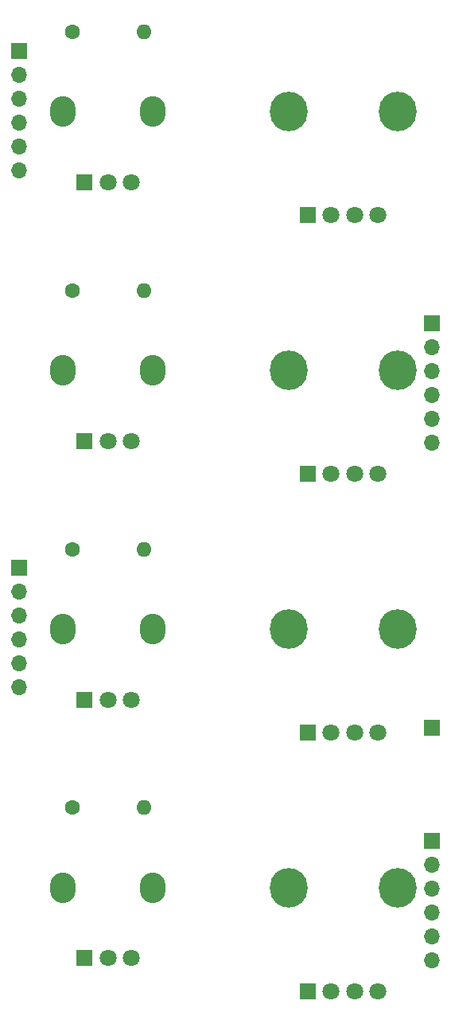
<source format=gbs>
%TF.GenerationSoftware,KiCad,Pcbnew,9.0.4*%
%TF.CreationDate,2025-10-04T20:25:53+02:00*%
%TF.ProjectId,DMH_VCA_Bank_PCB_2,444d485f-5643-4415-9f42-616e6b5f5043,1*%
%TF.SameCoordinates,Original*%
%TF.FileFunction,Soldermask,Bot*%
%TF.FilePolarity,Negative*%
%FSLAX46Y46*%
G04 Gerber Fmt 4.6, Leading zero omitted, Abs format (unit mm)*
G04 Created by KiCad (PCBNEW 9.0.4) date 2025-10-04 20:25:53*
%MOMM*%
%LPD*%
G01*
G04 APERTURE LIST*
%ADD10O,4.000000X4.200000*%
%ADD11C,1.800000*%
%ADD12R,1.800000X1.800000*%
%ADD13C,1.600000*%
%ADD14O,1.600000X1.600000*%
%ADD15O,2.720000X3.240000*%
%ADD16R,1.700000X1.700000*%
%ADD17O,1.700000X1.700000*%
G04 APERTURE END LIST*
D10*
%TO.C,RV7*%
X81700000Y-54500000D03*
D11*
X91250000Y-65500000D03*
D10*
X93300000Y-54500000D03*
D12*
X83750000Y-65500000D03*
D11*
X86250000Y-65500000D03*
X88750000Y-65500000D03*
%TD*%
D13*
%TO.C,R53*%
X58690000Y-46000000D03*
D14*
X66310000Y-46000000D03*
%TD*%
D10*
%TO.C,RV13*%
X81700000Y-137000000D03*
D11*
X91250000Y-148000000D03*
D10*
X93300000Y-137000000D03*
D12*
X83750000Y-148000000D03*
D11*
X86250000Y-148000000D03*
X88750000Y-148000000D03*
%TD*%
D13*
%TO.C,R56*%
X58690000Y-128500000D03*
D14*
X66310000Y-128500000D03*
%TD*%
D10*
%TO.C,RV9*%
X81700000Y-109500000D03*
D11*
X91250000Y-120500000D03*
D10*
X93300000Y-109500000D03*
D12*
X83750000Y-120500000D03*
D11*
X86250000Y-120500000D03*
X88750000Y-120500000D03*
%TD*%
D15*
%TO.C,RV5*%
X57700000Y-82000000D03*
X67300000Y-82000000D03*
D12*
X60000000Y-89500000D03*
D11*
X62500000Y-89500000D03*
X65000000Y-89500000D03*
%TD*%
D16*
%TO.C,J0*%
X97000000Y-120000000D03*
%TD*%
D15*
%TO.C,RV14*%
X57700000Y-137000000D03*
X67300000Y-137000000D03*
D12*
X60000000Y-144500000D03*
D11*
X62500000Y-144500000D03*
X65000000Y-144500000D03*
%TD*%
D13*
%TO.C,R55*%
X58690000Y-101000000D03*
D14*
X66310000Y-101000000D03*
%TD*%
D10*
%TO.C,RV8*%
X81700000Y-82000000D03*
D11*
X91250000Y-93000000D03*
D10*
X93300000Y-82000000D03*
D12*
X83750000Y-93000000D03*
D11*
X86250000Y-93000000D03*
X88750000Y-93000000D03*
%TD*%
D15*
%TO.C,RV6*%
X57700000Y-109500000D03*
X67300000Y-109500000D03*
D12*
X60000000Y-117000000D03*
D11*
X62500000Y-117000000D03*
X65000000Y-117000000D03*
%TD*%
D13*
%TO.C,R54*%
X58690000Y-73550000D03*
D14*
X66310000Y-73550000D03*
%TD*%
D15*
%TO.C,RV4*%
X57700000Y-54500000D03*
X67300000Y-54500000D03*
D12*
X60000000Y-62000000D03*
D11*
X62500000Y-62000000D03*
X65000000Y-62000000D03*
%TD*%
D16*
%TO.C,J60*%
X97000000Y-77000000D03*
D17*
X97000000Y-79540000D03*
X97000000Y-82080000D03*
X97000000Y-84620000D03*
X97000000Y-87160000D03*
X97000000Y-89700000D03*
%TD*%
D16*
%TO.C,J70*%
X53000000Y-103000000D03*
D17*
X53000000Y-105540000D03*
X53000000Y-108080000D03*
X53000000Y-110620000D03*
X53000000Y-113160000D03*
X53000000Y-115700000D03*
%TD*%
D16*
%TO.C,J50*%
X53000000Y-48000000D03*
D17*
X53000000Y-50540000D03*
X53000000Y-53080000D03*
X53000000Y-55620000D03*
X53000000Y-58160000D03*
X53000000Y-60700000D03*
%TD*%
D16*
%TO.C,J80*%
X97000000Y-132000000D03*
D17*
X97000000Y-134540000D03*
X97000000Y-137080000D03*
X97000000Y-139620000D03*
X97000000Y-142160000D03*
X97000000Y-144700000D03*
%TD*%
M02*

</source>
